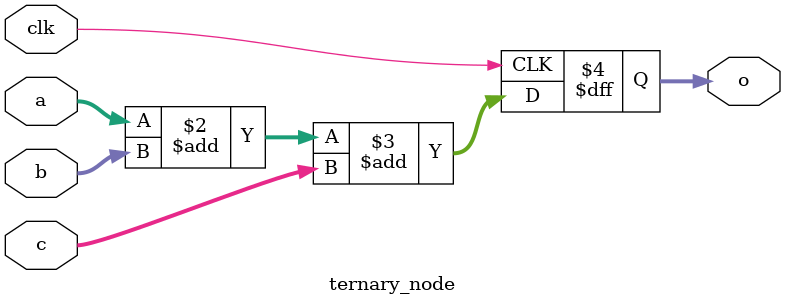
<source format=v>


module ternary_sum_nine #(
    parameter WIDTH = 32
) (
    input clk,
    input [WIDTH-1:0] i0,
    input [WIDTH-1:0] i1,
    input [WIDTH-1:0] i2,
    input [WIDTH-1:0] i3,
    input [WIDTH-1:0] i4,
    input [WIDTH-1:0] i5,
    input [WIDTH-1:0] i6,
    input [WIDTH-1:0] i7,
    input [WIDTH-1:0] i8,
    output [WIDTH+4-1:0] o
);


// LEVLE 1
wire [WIDTH+2-1:0] level0_sum0, level0_sum1, level0_sum2;

ternary_node #(.WIDTH(WIDTH)) tenary_adder_l0_a(.clk(clk), .a(i0), .b(i1), .c(i2), .o(level0_sum0));
ternary_node #(.WIDTH(WIDTH)) tenary_adder_l0_b(.clk(clk), .a(i3), .b(i4), .c(i5), .o(level0_sum1));
ternary_node #(.WIDTH(WIDTH)) tenary_adder_l0_c(.clk(clk), .a(i6), .b(i7), .c(i8), .o(level0_sum2));

// LEVEL 2
ternary_node #(.WIDTH(WIDTH+2)) tenary_adder_l1(.clk(clk), .a(level0_sum0), .b(level0_sum1), .c(level0_sum2), .o(o));

endmodule

module ternary_node #(
    parameter WIDTH = 32
) (
    input clk,
    input [WIDTH-1:0] a,
    input [WIDTH-1:0] b,
    input [WIDTH-1:0] c,
    output reg [WIDTH+2-1:0] o
);

always @(posedge clk) begin
    o <= a + b + c;
end

endmodule

</source>
